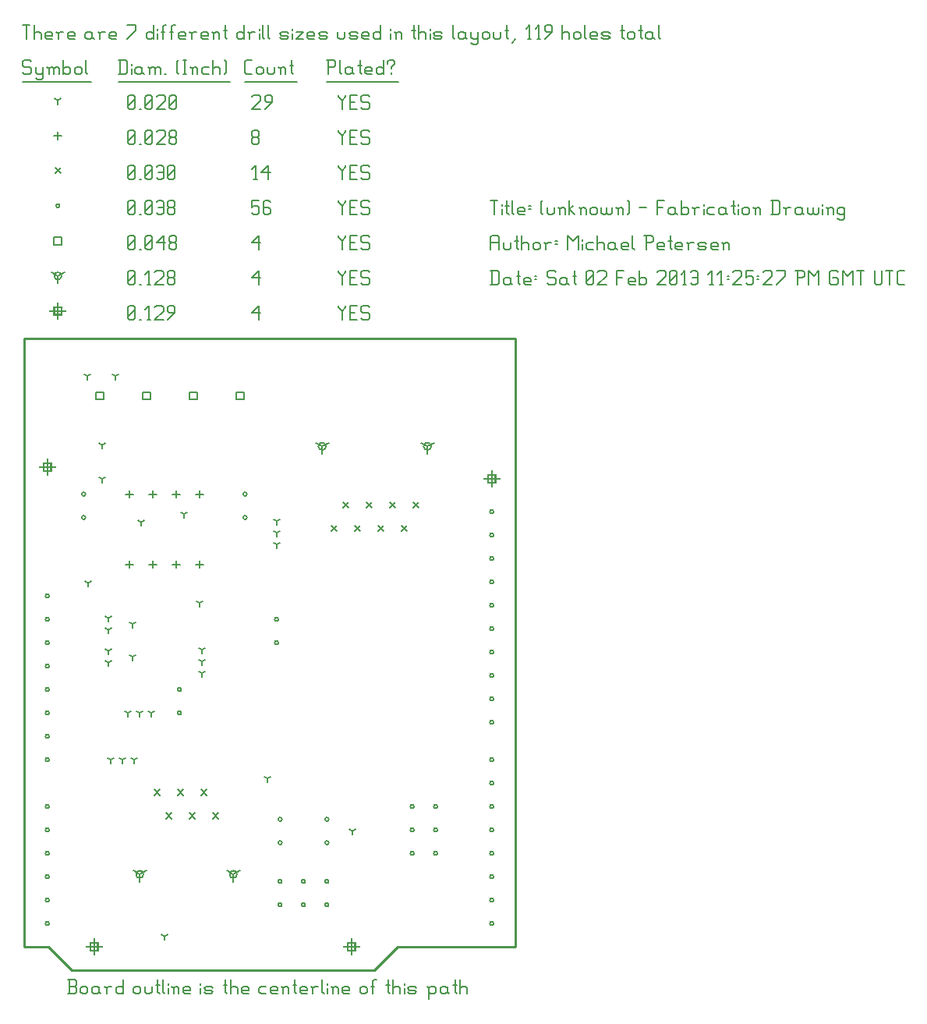
<source format=gbr>
G04 start of page 10 for group -3984 idx -3984 *
G04 Title: (unknown), fab *
G04 Creator: pcb 20110918 *
G04 CreationDate: Sat 02 Feb 2013 11:25:27 PM GMT UTC *
G04 For: petersen *
G04 Format: Gerber/RS-274X *
G04 PCB-Dimensions: 211000 271000 *
G04 PCB-Coordinate-Origin: lower left *
%MOIN*%
%FSLAX25Y25*%
%LNFAB*%
%ADD83C,0.0100*%
%ADD82C,0.0060*%
%ADD81R,0.0080X0.0080*%
G54D81*X30500Y13700D02*Y7300D01*
X27300Y10500D02*X33700D01*
X28900Y12100D02*X32100D01*
X28900D02*Y8900D01*
X32100D01*
Y12100D02*Y8900D01*
X10500Y218700D02*Y212300D01*
X7300Y215500D02*X13700D01*
X8900Y217100D02*X12100D01*
X8900D02*Y213900D01*
X12100D01*
Y217100D02*Y213900D01*
X200500Y213700D02*Y207300D01*
X197300Y210500D02*X203700D01*
X198900Y212100D02*X202100D01*
X198900D02*Y208900D01*
X202100D01*
Y212100D02*Y208900D01*
X140500Y13700D02*Y7300D01*
X137300Y10500D02*X143700D01*
X138900Y12100D02*X142100D01*
X138900D02*Y8900D01*
X142100D01*
Y12100D02*Y8900D01*
X15000Y285450D02*Y279050D01*
X11800Y282250D02*X18200D01*
X13400Y283850D02*X16600D01*
X13400D02*Y280650D01*
X16600D01*
Y283850D02*Y280650D01*
G54D82*X135000Y284500D02*Y283750D01*
X136500Y282250D01*
X138000Y283750D01*
Y284500D02*Y283750D01*
X136500Y282250D02*Y278500D01*
X139800Y281500D02*X142050D01*
X139800Y278500D02*X142800D01*
X139800Y284500D02*Y278500D01*
Y284500D02*X142800D01*
X147600D02*X148350Y283750D01*
X145350Y284500D02*X147600D01*
X144600Y283750D02*X145350Y284500D01*
X144600Y283750D02*Y282250D01*
X145350Y281500D01*
X147600D01*
X148350Y280750D01*
Y279250D01*
X147600Y278500D02*X148350Y279250D01*
X145350Y278500D02*X147600D01*
X144600Y279250D02*X145350Y278500D01*
X98000Y281500D02*X101000Y284500D01*
X98000Y281500D02*X101750D01*
X101000Y284500D02*Y278500D01*
X45000Y279250D02*X45750Y278500D01*
X45000Y283750D02*Y279250D01*
Y283750D02*X45750Y284500D01*
X47250D01*
X48000Y283750D01*
Y279250D01*
X47250Y278500D02*X48000Y279250D01*
X45750Y278500D02*X47250D01*
X45000Y280000D02*X48000Y283000D01*
X49800Y278500D02*X50550D01*
X53100D02*X54600D01*
X53850Y284500D02*Y278500D01*
X52350Y283000D02*X53850Y284500D01*
X56400Y283750D02*X57150Y284500D01*
X59400D01*
X60150Y283750D01*
Y282250D01*
X56400Y278500D02*X60150Y282250D01*
X56400Y278500D02*X60150D01*
X61950D02*X64950Y281500D01*
Y283750D02*Y281500D01*
X64200Y284500D02*X64950Y283750D01*
X62700Y284500D02*X64200D01*
X61950Y283750D02*X62700Y284500D01*
X61950Y283750D02*Y282250D01*
X62700Y281500D01*
X64950D01*
X50000Y41500D02*Y38300D01*
Y41500D02*X52773Y43100D01*
X50000Y41500D02*X47227Y43100D01*
X48400Y41500D02*G75*G03X51600Y41500I1600J0D01*G01*
G75*G03X48400Y41500I-1600J0D01*G01*
X90000D02*Y38300D01*
Y41500D02*X92773Y43100D01*
X90000Y41500D02*X87227Y43100D01*
X88400Y41500D02*G75*G03X91600Y41500I1600J0D01*G01*
G75*G03X88400Y41500I-1600J0D01*G01*
X173000Y224425D02*Y221225D01*
Y224425D02*X175773Y226025D01*
X173000Y224425D02*X170227Y226025D01*
X171400Y224425D02*G75*G03X174600Y224425I1600J0D01*G01*
G75*G03X171400Y224425I-1600J0D01*G01*
X128000D02*Y221225D01*
Y224425D02*X130773Y226025D01*
X128000Y224425D02*X125227Y226025D01*
X126400Y224425D02*G75*G03X129600Y224425I1600J0D01*G01*
G75*G03X126400Y224425I-1600J0D01*G01*
X15000Y297250D02*Y294050D01*
Y297250D02*X17773Y298850D01*
X15000Y297250D02*X12227Y298850D01*
X13400Y297250D02*G75*G03X16600Y297250I1600J0D01*G01*
G75*G03X13400Y297250I-1600J0D01*G01*
X135000Y299500D02*Y298750D01*
X136500Y297250D01*
X138000Y298750D01*
Y299500D02*Y298750D01*
X136500Y297250D02*Y293500D01*
X139800Y296500D02*X142050D01*
X139800Y293500D02*X142800D01*
X139800Y299500D02*Y293500D01*
Y299500D02*X142800D01*
X147600D02*X148350Y298750D01*
X145350Y299500D02*X147600D01*
X144600Y298750D02*X145350Y299500D01*
X144600Y298750D02*Y297250D01*
X145350Y296500D01*
X147600D01*
X148350Y295750D01*
Y294250D01*
X147600Y293500D02*X148350Y294250D01*
X145350Y293500D02*X147600D01*
X144600Y294250D02*X145350Y293500D01*
X98000Y296500D02*X101000Y299500D01*
X98000Y296500D02*X101750D01*
X101000Y299500D02*Y293500D01*
X45000Y294250D02*X45750Y293500D01*
X45000Y298750D02*Y294250D01*
Y298750D02*X45750Y299500D01*
X47250D01*
X48000Y298750D01*
Y294250D01*
X47250Y293500D02*X48000Y294250D01*
X45750Y293500D02*X47250D01*
X45000Y295000D02*X48000Y298000D01*
X49800Y293500D02*X50550D01*
X53100D02*X54600D01*
X53850Y299500D02*Y293500D01*
X52350Y298000D02*X53850Y299500D01*
X56400Y298750D02*X57150Y299500D01*
X59400D01*
X60150Y298750D01*
Y297250D01*
X56400Y293500D02*X60150Y297250D01*
X56400Y293500D02*X60150D01*
X61950Y294250D02*X62700Y293500D01*
X61950Y295750D02*Y294250D01*
Y295750D02*X62700Y296500D01*
X64200D01*
X64950Y295750D01*
Y294250D01*
X64200Y293500D02*X64950Y294250D01*
X62700Y293500D02*X64200D01*
X61950Y297250D02*X62700Y296500D01*
X61950Y298750D02*Y297250D01*
Y298750D02*X62700Y299500D01*
X64200D01*
X64950Y298750D01*
Y297250D01*
X64200Y296500D02*X64950Y297250D01*
X91400Y247600D02*X94600D01*
X91400D02*Y244400D01*
X94600D01*
Y247600D02*Y244400D01*
X71400Y247600D02*X74600D01*
X71400D02*Y244400D01*
X74600D01*
Y247600D02*Y244400D01*
X51400Y247600D02*X54600D01*
X51400D02*Y244400D01*
X54600D01*
Y247600D02*Y244400D01*
X31400Y247600D02*X34600D01*
X31400D02*Y244400D01*
X34600D01*
Y247600D02*Y244400D01*
X13400Y313850D02*X16600D01*
X13400D02*Y310650D01*
X16600D01*
Y313850D02*Y310650D01*
X135000Y314500D02*Y313750D01*
X136500Y312250D01*
X138000Y313750D01*
Y314500D02*Y313750D01*
X136500Y312250D02*Y308500D01*
X139800Y311500D02*X142050D01*
X139800Y308500D02*X142800D01*
X139800Y314500D02*Y308500D01*
Y314500D02*X142800D01*
X147600D02*X148350Y313750D01*
X145350Y314500D02*X147600D01*
X144600Y313750D02*X145350Y314500D01*
X144600Y313750D02*Y312250D01*
X145350Y311500D01*
X147600D01*
X148350Y310750D01*
Y309250D01*
X147600Y308500D02*X148350Y309250D01*
X145350Y308500D02*X147600D01*
X144600Y309250D02*X145350Y308500D01*
X98000Y311500D02*X101000Y314500D01*
X98000Y311500D02*X101750D01*
X101000Y314500D02*Y308500D01*
X45000Y309250D02*X45750Y308500D01*
X45000Y313750D02*Y309250D01*
Y313750D02*X45750Y314500D01*
X47250D01*
X48000Y313750D01*
Y309250D01*
X47250Y308500D02*X48000Y309250D01*
X45750Y308500D02*X47250D01*
X45000Y310000D02*X48000Y313000D01*
X49800Y308500D02*X50550D01*
X52350Y309250D02*X53100Y308500D01*
X52350Y313750D02*Y309250D01*
Y313750D02*X53100Y314500D01*
X54600D01*
X55350Y313750D01*
Y309250D01*
X54600Y308500D02*X55350Y309250D01*
X53100Y308500D02*X54600D01*
X52350Y310000D02*X55350Y313000D01*
X57150Y311500D02*X60150Y314500D01*
X57150Y311500D02*X60900D01*
X60150Y314500D02*Y308500D01*
X62700Y309250D02*X63450Y308500D01*
X62700Y310750D02*Y309250D01*
Y310750D02*X63450Y311500D01*
X64950D01*
X65700Y310750D01*
Y309250D01*
X64950Y308500D02*X65700Y309250D01*
X63450Y308500D02*X64950D01*
X62700Y312250D02*X63450Y311500D01*
X62700Y313750D02*Y312250D01*
Y313750D02*X63450Y314500D01*
X64950D01*
X65700Y313750D01*
Y312250D01*
X64950Y311500D02*X65700Y312250D01*
X199700Y20500D02*G75*G03X201300Y20500I800J0D01*G01*
G75*G03X199700Y20500I-800J0D01*G01*
Y30500D02*G75*G03X201300Y30500I800J0D01*G01*
G75*G03X199700Y30500I-800J0D01*G01*
Y40500D02*G75*G03X201300Y40500I800J0D01*G01*
G75*G03X199700Y40500I-800J0D01*G01*
Y50500D02*G75*G03X201300Y50500I800J0D01*G01*
G75*G03X199700Y50500I-800J0D01*G01*
Y60500D02*G75*G03X201300Y60500I800J0D01*G01*
G75*G03X199700Y60500I-800J0D01*G01*
Y70500D02*G75*G03X201300Y70500I800J0D01*G01*
G75*G03X199700Y70500I-800J0D01*G01*
Y80500D02*G75*G03X201300Y80500I800J0D01*G01*
G75*G03X199700Y80500I-800J0D01*G01*
Y90500D02*G75*G03X201300Y90500I800J0D01*G01*
G75*G03X199700Y90500I-800J0D01*G01*
Y106500D02*G75*G03X201300Y106500I800J0D01*G01*
G75*G03X199700Y106500I-800J0D01*G01*
Y116500D02*G75*G03X201300Y116500I800J0D01*G01*
G75*G03X199700Y116500I-800J0D01*G01*
Y126500D02*G75*G03X201300Y126500I800J0D01*G01*
G75*G03X199700Y126500I-800J0D01*G01*
Y136500D02*G75*G03X201300Y136500I800J0D01*G01*
G75*G03X199700Y136500I-800J0D01*G01*
Y146500D02*G75*G03X201300Y146500I800J0D01*G01*
G75*G03X199700Y146500I-800J0D01*G01*
Y156500D02*G75*G03X201300Y156500I800J0D01*G01*
G75*G03X199700Y156500I-800J0D01*G01*
Y166500D02*G75*G03X201300Y166500I800J0D01*G01*
G75*G03X199700Y166500I-800J0D01*G01*
Y176500D02*G75*G03X201300Y176500I800J0D01*G01*
G75*G03X199700Y176500I-800J0D01*G01*
Y186500D02*G75*G03X201300Y186500I800J0D01*G01*
G75*G03X199700Y186500I-800J0D01*G01*
Y196500D02*G75*G03X201300Y196500I800J0D01*G01*
G75*G03X199700Y196500I-800J0D01*G01*
X9700Y160500D02*G75*G03X11300Y160500I800J0D01*G01*
G75*G03X9700Y160500I-800J0D01*G01*
Y150500D02*G75*G03X11300Y150500I800J0D01*G01*
G75*G03X9700Y150500I-800J0D01*G01*
Y140500D02*G75*G03X11300Y140500I800J0D01*G01*
G75*G03X9700Y140500I-800J0D01*G01*
Y130500D02*G75*G03X11300Y130500I800J0D01*G01*
G75*G03X9700Y130500I-800J0D01*G01*
Y120500D02*G75*G03X11300Y120500I800J0D01*G01*
G75*G03X9700Y120500I-800J0D01*G01*
Y110500D02*G75*G03X11300Y110500I800J0D01*G01*
G75*G03X9700Y110500I-800J0D01*G01*
Y100500D02*G75*G03X11300Y100500I800J0D01*G01*
G75*G03X9700Y100500I-800J0D01*G01*
Y90500D02*G75*G03X11300Y90500I800J0D01*G01*
G75*G03X9700Y90500I-800J0D01*G01*
Y70500D02*G75*G03X11300Y70500I800J0D01*G01*
G75*G03X9700Y70500I-800J0D01*G01*
Y60500D02*G75*G03X11300Y60500I800J0D01*G01*
G75*G03X9700Y60500I-800J0D01*G01*
Y50500D02*G75*G03X11300Y50500I800J0D01*G01*
G75*G03X9700Y50500I-800J0D01*G01*
Y40500D02*G75*G03X11300Y40500I800J0D01*G01*
G75*G03X9700Y40500I-800J0D01*G01*
Y30500D02*G75*G03X11300Y30500I800J0D01*G01*
G75*G03X9700Y30500I-800J0D01*G01*
Y20500D02*G75*G03X11300Y20500I800J0D01*G01*
G75*G03X9700Y20500I-800J0D01*G01*
X25200Y204000D02*G75*G03X26800Y204000I800J0D01*G01*
G75*G03X25200Y204000I-800J0D01*G01*
Y194000D02*G75*G03X26800Y194000I800J0D01*G01*
G75*G03X25200Y194000I-800J0D01*G01*
X94200Y204000D02*G75*G03X95800Y204000I800J0D01*G01*
G75*G03X94200Y204000I-800J0D01*G01*
Y194000D02*G75*G03X95800Y194000I800J0D01*G01*
G75*G03X94200Y194000I-800J0D01*G01*
X165700Y70500D02*G75*G03X167300Y70500I800J0D01*G01*
G75*G03X165700Y70500I-800J0D01*G01*
Y60500D02*G75*G03X167300Y60500I800J0D01*G01*
G75*G03X165700Y60500I-800J0D01*G01*
Y50500D02*G75*G03X167300Y50500I800J0D01*G01*
G75*G03X165700Y50500I-800J0D01*G01*
X175700Y70500D02*G75*G03X177300Y70500I800J0D01*G01*
G75*G03X175700Y70500I-800J0D01*G01*
Y60500D02*G75*G03X177300Y60500I800J0D01*G01*
G75*G03X175700Y60500I-800J0D01*G01*
Y50500D02*G75*G03X177300Y50500I800J0D01*G01*
G75*G03X175700Y50500I-800J0D01*G01*
X109200Y28500D02*G75*G03X110800Y28500I800J0D01*G01*
G75*G03X109200Y28500I-800J0D01*G01*
X119200D02*G75*G03X120800Y28500I800J0D01*G01*
G75*G03X119200Y28500I-800J0D01*G01*
X129200D02*G75*G03X130800Y28500I800J0D01*G01*
G75*G03X129200Y28500I-800J0D01*G01*
X109200Y38500D02*G75*G03X110800Y38500I800J0D01*G01*
G75*G03X109200Y38500I-800J0D01*G01*
X119200D02*G75*G03X120800Y38500I800J0D01*G01*
G75*G03X119200Y38500I-800J0D01*G01*
X129200D02*G75*G03X130800Y38500I800J0D01*G01*
G75*G03X129200Y38500I-800J0D01*G01*
Y65000D02*G75*G03X130800Y65000I800J0D01*G01*
G75*G03X129200Y65000I-800J0D01*G01*
Y55000D02*G75*G03X130800Y55000I800J0D01*G01*
G75*G03X129200Y55000I-800J0D01*G01*
X109200Y65000D02*G75*G03X110800Y65000I800J0D01*G01*
G75*G03X109200Y65000I-800J0D01*G01*
Y55000D02*G75*G03X110800Y55000I800J0D01*G01*
G75*G03X109200Y55000I-800J0D01*G01*
X107700Y150500D02*G75*G03X109300Y150500I800J0D01*G01*
G75*G03X107700Y150500I-800J0D01*G01*
Y140500D02*G75*G03X109300Y140500I800J0D01*G01*
G75*G03X107700Y140500I-800J0D01*G01*
X66200Y120500D02*G75*G03X67800Y120500I800J0D01*G01*
G75*G03X66200Y120500I-800J0D01*G01*
Y110500D02*G75*G03X67800Y110500I800J0D01*G01*
G75*G03X66200Y110500I-800J0D01*G01*
X14200Y327250D02*G75*G03X15800Y327250I800J0D01*G01*
G75*G03X14200Y327250I-800J0D01*G01*
X135000Y329500D02*Y328750D01*
X136500Y327250D01*
X138000Y328750D01*
Y329500D02*Y328750D01*
X136500Y327250D02*Y323500D01*
X139800Y326500D02*X142050D01*
X139800Y323500D02*X142800D01*
X139800Y329500D02*Y323500D01*
Y329500D02*X142800D01*
X147600D02*X148350Y328750D01*
X145350Y329500D02*X147600D01*
X144600Y328750D02*X145350Y329500D01*
X144600Y328750D02*Y327250D01*
X145350Y326500D01*
X147600D01*
X148350Y325750D01*
Y324250D01*
X147600Y323500D02*X148350Y324250D01*
X145350Y323500D02*X147600D01*
X144600Y324250D02*X145350Y323500D01*
X98000Y329500D02*X101000D01*
X98000D02*Y326500D01*
X98750Y327250D01*
X100250D01*
X101000Y326500D01*
Y324250D01*
X100250Y323500D02*X101000Y324250D01*
X98750Y323500D02*X100250D01*
X98000Y324250D02*X98750Y323500D01*
X105050Y329500D02*X105800Y328750D01*
X103550Y329500D02*X105050D01*
X102800Y328750D02*X103550Y329500D01*
X102800Y328750D02*Y324250D01*
X103550Y323500D01*
X105050Y326500D02*X105800Y325750D01*
X102800Y326500D02*X105050D01*
X103550Y323500D02*X105050D01*
X105800Y324250D01*
Y325750D02*Y324250D01*
X45000D02*X45750Y323500D01*
X45000Y328750D02*Y324250D01*
Y328750D02*X45750Y329500D01*
X47250D01*
X48000Y328750D01*
Y324250D01*
X47250Y323500D02*X48000Y324250D01*
X45750Y323500D02*X47250D01*
X45000Y325000D02*X48000Y328000D01*
X49800Y323500D02*X50550D01*
X52350Y324250D02*X53100Y323500D01*
X52350Y328750D02*Y324250D01*
Y328750D02*X53100Y329500D01*
X54600D01*
X55350Y328750D01*
Y324250D01*
X54600Y323500D02*X55350Y324250D01*
X53100Y323500D02*X54600D01*
X52350Y325000D02*X55350Y328000D01*
X57150Y328750D02*X57900Y329500D01*
X59400D01*
X60150Y328750D01*
Y324250D01*
X59400Y323500D02*X60150Y324250D01*
X57900Y323500D02*X59400D01*
X57150Y324250D02*X57900Y323500D01*
Y326500D02*X60150D01*
X61950Y324250D02*X62700Y323500D01*
X61950Y325750D02*Y324250D01*
Y325750D02*X62700Y326500D01*
X64200D01*
X64950Y325750D01*
Y324250D01*
X64200Y323500D02*X64950Y324250D01*
X62700Y323500D02*X64200D01*
X61950Y327250D02*X62700Y326500D01*
X61950Y328750D02*Y327250D01*
Y328750D02*X62700Y329500D01*
X64200D01*
X64950Y328750D01*
Y327250D01*
X64200Y326500D02*X64950Y327250D01*
X56300Y77700D02*X58700Y75300D01*
X56300D02*X58700Y77700D01*
X61300Y67700D02*X63700Y65300D01*
X61300D02*X63700Y67700D01*
X66300Y77700D02*X68700Y75300D01*
X66300D02*X68700Y77700D01*
X71300Y67700D02*X73700Y65300D01*
X71300D02*X73700Y67700D01*
X76300Y77700D02*X78700Y75300D01*
X76300D02*X78700Y77700D01*
X81300Y67700D02*X83700Y65300D01*
X81300D02*X83700Y67700D01*
X166800Y200625D02*X169200Y198225D01*
X166800D02*X169200Y200625D01*
X161800Y190625D02*X164200Y188225D01*
X161800D02*X164200Y190625D01*
X156800Y200625D02*X159200Y198225D01*
X156800D02*X159200Y200625D01*
X151800Y190625D02*X154200Y188225D01*
X151800D02*X154200Y190625D01*
X146800Y200625D02*X149200Y198225D01*
X146800D02*X149200Y200625D01*
X141800Y190625D02*X144200Y188225D01*
X141800D02*X144200Y190625D01*
X136800Y200625D02*X139200Y198225D01*
X136800D02*X139200Y200625D01*
X131800Y190625D02*X134200Y188225D01*
X131800D02*X134200Y190625D01*
X13800Y343450D02*X16200Y341050D01*
X13800D02*X16200Y343450D01*
X135000Y344500D02*Y343750D01*
X136500Y342250D01*
X138000Y343750D01*
Y344500D02*Y343750D01*
X136500Y342250D02*Y338500D01*
X139800Y341500D02*X142050D01*
X139800Y338500D02*X142800D01*
X139800Y344500D02*Y338500D01*
Y344500D02*X142800D01*
X147600D02*X148350Y343750D01*
X145350Y344500D02*X147600D01*
X144600Y343750D02*X145350Y344500D01*
X144600Y343750D02*Y342250D01*
X145350Y341500D01*
X147600D01*
X148350Y340750D01*
Y339250D01*
X147600Y338500D02*X148350Y339250D01*
X145350Y338500D02*X147600D01*
X144600Y339250D02*X145350Y338500D01*
X98750D02*X100250D01*
X99500Y344500D02*Y338500D01*
X98000Y343000D02*X99500Y344500D01*
X102050Y341500D02*X105050Y344500D01*
X102050Y341500D02*X105800D01*
X105050Y344500D02*Y338500D01*
X45000Y339250D02*X45750Y338500D01*
X45000Y343750D02*Y339250D01*
Y343750D02*X45750Y344500D01*
X47250D01*
X48000Y343750D01*
Y339250D01*
X47250Y338500D02*X48000Y339250D01*
X45750Y338500D02*X47250D01*
X45000Y340000D02*X48000Y343000D01*
X49800Y338500D02*X50550D01*
X52350Y339250D02*X53100Y338500D01*
X52350Y343750D02*Y339250D01*
Y343750D02*X53100Y344500D01*
X54600D01*
X55350Y343750D01*
Y339250D01*
X54600Y338500D02*X55350Y339250D01*
X53100Y338500D02*X54600D01*
X52350Y340000D02*X55350Y343000D01*
X57150Y343750D02*X57900Y344500D01*
X59400D01*
X60150Y343750D01*
Y339250D01*
X59400Y338500D02*X60150Y339250D01*
X57900Y338500D02*X59400D01*
X57150Y339250D02*X57900Y338500D01*
Y341500D02*X60150D01*
X61950Y339250D02*X62700Y338500D01*
X61950Y343750D02*Y339250D01*
Y343750D02*X62700Y344500D01*
X64200D01*
X64950Y343750D01*
Y339250D01*
X64200Y338500D02*X64950Y339250D01*
X62700Y338500D02*X64200D01*
X61950Y340000D02*X64950Y343000D01*
X45500Y175600D02*Y172400D01*
X43900Y174000D02*X47100D01*
X55500Y175600D02*Y172400D01*
X53900Y174000D02*X57100D01*
X65500Y175600D02*Y172400D01*
X63900Y174000D02*X67100D01*
X75500Y175600D02*Y172400D01*
X73900Y174000D02*X77100D01*
X75500Y205600D02*Y202400D01*
X73900Y204000D02*X77100D01*
X65500Y205600D02*Y202400D01*
X63900Y204000D02*X67100D01*
X55500Y205600D02*Y202400D01*
X53900Y204000D02*X57100D01*
X45500Y205600D02*Y202400D01*
X43900Y204000D02*X47100D01*
X15000Y358850D02*Y355650D01*
X13400Y357250D02*X16600D01*
X135000Y359500D02*Y358750D01*
X136500Y357250D01*
X138000Y358750D01*
Y359500D02*Y358750D01*
X136500Y357250D02*Y353500D01*
X139800Y356500D02*X142050D01*
X139800Y353500D02*X142800D01*
X139800Y359500D02*Y353500D01*
Y359500D02*X142800D01*
X147600D02*X148350Y358750D01*
X145350Y359500D02*X147600D01*
X144600Y358750D02*X145350Y359500D01*
X144600Y358750D02*Y357250D01*
X145350Y356500D01*
X147600D01*
X148350Y355750D01*
Y354250D01*
X147600Y353500D02*X148350Y354250D01*
X145350Y353500D02*X147600D01*
X144600Y354250D02*X145350Y353500D01*
X98000Y354250D02*X98750Y353500D01*
X98000Y355750D02*Y354250D01*
Y355750D02*X98750Y356500D01*
X100250D01*
X101000Y355750D01*
Y354250D01*
X100250Y353500D02*X101000Y354250D01*
X98750Y353500D02*X100250D01*
X98000Y357250D02*X98750Y356500D01*
X98000Y358750D02*Y357250D01*
Y358750D02*X98750Y359500D01*
X100250D01*
X101000Y358750D01*
Y357250D01*
X100250Y356500D02*X101000Y357250D01*
X45000Y354250D02*X45750Y353500D01*
X45000Y358750D02*Y354250D01*
Y358750D02*X45750Y359500D01*
X47250D01*
X48000Y358750D01*
Y354250D01*
X47250Y353500D02*X48000Y354250D01*
X45750Y353500D02*X47250D01*
X45000Y355000D02*X48000Y358000D01*
X49800Y353500D02*X50550D01*
X52350Y354250D02*X53100Y353500D01*
X52350Y358750D02*Y354250D01*
Y358750D02*X53100Y359500D01*
X54600D01*
X55350Y358750D01*
Y354250D01*
X54600Y353500D02*X55350Y354250D01*
X53100Y353500D02*X54600D01*
X52350Y355000D02*X55350Y358000D01*
X57150Y358750D02*X57900Y359500D01*
X60150D01*
X60900Y358750D01*
Y357250D01*
X57150Y353500D02*X60900Y357250D01*
X57150Y353500D02*X60900D01*
X62700Y354250D02*X63450Y353500D01*
X62700Y355750D02*Y354250D01*
Y355750D02*X63450Y356500D01*
X64950D01*
X65700Y355750D01*
Y354250D01*
X64950Y353500D02*X65700Y354250D01*
X63450Y353500D02*X64950D01*
X62700Y357250D02*X63450Y356500D01*
X62700Y358750D02*Y357250D01*
Y358750D02*X63450Y359500D01*
X64950D01*
X65700Y358750D01*
Y357250D01*
X64950Y356500D02*X65700Y357250D01*
X69000Y195500D02*Y193900D01*
Y195500D02*X70387Y196300D01*
X69000Y195500D02*X67613Y196300D01*
X34000Y225000D02*Y223400D01*
Y225000D02*X35387Y225800D01*
X34000Y225000D02*X32613Y225800D01*
X34000Y210500D02*Y208900D01*
Y210500D02*X35387Y211300D01*
X34000Y210500D02*X32613Y211300D01*
X27500Y254500D02*Y252900D01*
Y254500D02*X28887Y255300D01*
X27500Y254500D02*X26113Y255300D01*
X39500Y254500D02*Y252900D01*
Y254500D02*X40887Y255300D01*
X39500Y254500D02*X38113Y255300D01*
X108500Y182500D02*Y180900D01*
Y182500D02*X109887Y183300D01*
X108500Y182500D02*X107113Y183300D01*
X108500Y187500D02*Y185900D01*
Y187500D02*X109887Y188300D01*
X108500Y187500D02*X107113Y188300D01*
X108500Y192500D02*Y190900D01*
Y192500D02*X109887Y193300D01*
X108500Y192500D02*X107113Y193300D01*
X50500Y192000D02*Y190400D01*
Y192000D02*X51887Y192800D01*
X50500Y192000D02*X49113Y192800D01*
X55000Y110500D02*Y108900D01*
Y110500D02*X56387Y111300D01*
X55000Y110500D02*X53613Y111300D01*
X50000Y110500D02*Y108900D01*
Y110500D02*X51387Y111300D01*
X50000Y110500D02*X48613Y111300D01*
X45000Y110500D02*Y108900D01*
Y110500D02*X46387Y111300D01*
X45000Y110500D02*X43613Y111300D01*
X104500Y82500D02*Y80900D01*
Y82500D02*X105887Y83300D01*
X104500Y82500D02*X103113Y83300D01*
X60500Y15000D02*Y13400D01*
Y15000D02*X61887Y15800D01*
X60500Y15000D02*X59113Y15800D01*
X141000Y60000D02*Y58400D01*
Y60000D02*X142387Y60800D01*
X141000Y60000D02*X139613Y60800D01*
X47500Y90500D02*Y88900D01*
Y90500D02*X48887Y91300D01*
X47500Y90500D02*X46113Y91300D01*
X42500Y90500D02*Y88900D01*
Y90500D02*X43887Y91300D01*
X42500Y90500D02*X41113Y91300D01*
X37500Y90500D02*Y88900D01*
Y90500D02*X38887Y91300D01*
X37500Y90500D02*X36113Y91300D01*
X76500Y137500D02*Y135900D01*
Y137500D02*X77887Y138300D01*
X76500Y137500D02*X75113Y138300D01*
X76500Y132500D02*Y130900D01*
Y132500D02*X77887Y133300D01*
X76500Y132500D02*X75113Y133300D01*
X76500Y127500D02*Y125900D01*
Y127500D02*X77887Y128300D01*
X76500Y127500D02*X75113Y128300D01*
X75500Y157500D02*Y155900D01*
Y157500D02*X76887Y158300D01*
X75500Y157500D02*X74113Y158300D01*
X28000Y166000D02*Y164400D01*
Y166000D02*X29387Y166800D01*
X28000Y166000D02*X26613Y166800D01*
X36500Y132000D02*Y130400D01*
Y132000D02*X37887Y132800D01*
X36500Y132000D02*X35113Y132800D01*
X36500Y151000D02*Y149400D01*
Y151000D02*X37887Y151800D01*
X36500Y151000D02*X35113Y151800D01*
X36500Y146000D02*Y144400D01*
Y146000D02*X37887Y146800D01*
X36500Y146000D02*X35113Y146800D01*
X36500Y137000D02*Y135400D01*
Y137000D02*X37887Y137800D01*
X36500Y137000D02*X35113Y137800D01*
X47000Y134500D02*Y132900D01*
Y134500D02*X48387Y135300D01*
X47000Y134500D02*X45613Y135300D01*
X47000Y148500D02*Y146900D01*
Y148500D02*X48387Y149300D01*
X47000Y148500D02*X45613Y149300D01*
X15000Y372250D02*Y370650D01*
Y372250D02*X16387Y373050D01*
X15000Y372250D02*X13613Y373050D01*
X135000Y374500D02*Y373750D01*
X136500Y372250D01*
X138000Y373750D01*
Y374500D02*Y373750D01*
X136500Y372250D02*Y368500D01*
X139800Y371500D02*X142050D01*
X139800Y368500D02*X142800D01*
X139800Y374500D02*Y368500D01*
Y374500D02*X142800D01*
X147600D02*X148350Y373750D01*
X145350Y374500D02*X147600D01*
X144600Y373750D02*X145350Y374500D01*
X144600Y373750D02*Y372250D01*
X145350Y371500D01*
X147600D01*
X148350Y370750D01*
Y369250D01*
X147600Y368500D02*X148350Y369250D01*
X145350Y368500D02*X147600D01*
X144600Y369250D02*X145350Y368500D01*
X98000Y373750D02*X98750Y374500D01*
X101000D01*
X101750Y373750D01*
Y372250D01*
X98000Y368500D02*X101750Y372250D01*
X98000Y368500D02*X101750D01*
X103550D02*X106550Y371500D01*
Y373750D02*Y371500D01*
X105800Y374500D02*X106550Y373750D01*
X104300Y374500D02*X105800D01*
X103550Y373750D02*X104300Y374500D01*
X103550Y373750D02*Y372250D01*
X104300Y371500D01*
X106550D01*
X45000Y369250D02*X45750Y368500D01*
X45000Y373750D02*Y369250D01*
Y373750D02*X45750Y374500D01*
X47250D01*
X48000Y373750D01*
Y369250D01*
X47250Y368500D02*X48000Y369250D01*
X45750Y368500D02*X47250D01*
X45000Y370000D02*X48000Y373000D01*
X49800Y368500D02*X50550D01*
X52350Y369250D02*X53100Y368500D01*
X52350Y373750D02*Y369250D01*
Y373750D02*X53100Y374500D01*
X54600D01*
X55350Y373750D01*
Y369250D01*
X54600Y368500D02*X55350Y369250D01*
X53100Y368500D02*X54600D01*
X52350Y370000D02*X55350Y373000D01*
X57150Y373750D02*X57900Y374500D01*
X60150D01*
X60900Y373750D01*
Y372250D01*
X57150Y368500D02*X60900Y372250D01*
X57150Y368500D02*X60900D01*
X62700Y369250D02*X63450Y368500D01*
X62700Y373750D02*Y369250D01*
Y373750D02*X63450Y374500D01*
X64950D01*
X65700Y373750D01*
Y369250D01*
X64950Y368500D02*X65700Y369250D01*
X63450Y368500D02*X64950D01*
X62700Y370000D02*X65700Y373000D01*
X3000Y389500D02*X3750Y388750D01*
X750Y389500D02*X3000D01*
X0Y388750D02*X750Y389500D01*
X0Y388750D02*Y387250D01*
X750Y386500D01*
X3000D01*
X3750Y385750D01*
Y384250D01*
X3000Y383500D02*X3750Y384250D01*
X750Y383500D02*X3000D01*
X0Y384250D02*X750Y383500D01*
X5550Y386500D02*Y384250D01*
X6300Y383500D01*
X8550Y386500D02*Y382000D01*
X7800Y381250D02*X8550Y382000D01*
X6300Y381250D02*X7800D01*
X5550Y382000D02*X6300Y381250D01*
Y383500D02*X7800D01*
X8550Y384250D01*
X11100Y385750D02*Y383500D01*
Y385750D02*X11850Y386500D01*
X12600D01*
X13350Y385750D01*
Y383500D01*
Y385750D02*X14100Y386500D01*
X14850D01*
X15600Y385750D01*
Y383500D01*
X10350Y386500D02*X11100Y385750D01*
X17400Y389500D02*Y383500D01*
Y384250D02*X18150Y383500D01*
X19650D01*
X20400Y384250D01*
Y385750D02*Y384250D01*
X19650Y386500D02*X20400Y385750D01*
X18150Y386500D02*X19650D01*
X17400Y385750D02*X18150Y386500D01*
X22200Y385750D02*Y384250D01*
Y385750D02*X22950Y386500D01*
X24450D01*
X25200Y385750D01*
Y384250D01*
X24450Y383500D02*X25200Y384250D01*
X22950Y383500D02*X24450D01*
X22200Y384250D02*X22950Y383500D01*
X27000Y389500D02*Y384250D01*
X27750Y383500D01*
X0Y380250D02*X29250D01*
X41750Y389500D02*Y383500D01*
X44000Y389500D02*X44750Y388750D01*
Y384250D01*
X44000Y383500D02*X44750Y384250D01*
X41000Y383500D02*X44000D01*
X41000Y389500D02*X44000D01*
X46550Y388000D02*Y387250D01*
Y385750D02*Y383500D01*
X50300Y386500D02*X51050Y385750D01*
X48800Y386500D02*X50300D01*
X48050Y385750D02*X48800Y386500D01*
X48050Y385750D02*Y384250D01*
X48800Y383500D01*
X51050Y386500D02*Y384250D01*
X51800Y383500D01*
X48800D02*X50300D01*
X51050Y384250D01*
X54350Y385750D02*Y383500D01*
Y385750D02*X55100Y386500D01*
X55850D01*
X56600Y385750D01*
Y383500D01*
Y385750D02*X57350Y386500D01*
X58100D01*
X58850Y385750D01*
Y383500D01*
X53600Y386500D02*X54350Y385750D01*
X60650Y383500D02*X61400D01*
X65900Y384250D02*X66650Y383500D01*
X65900Y388750D02*X66650Y389500D01*
X65900Y388750D02*Y384250D01*
X68450Y389500D02*X69950D01*
X69200D02*Y383500D01*
X68450D02*X69950D01*
X72500Y385750D02*Y383500D01*
Y385750D02*X73250Y386500D01*
X74000D01*
X74750Y385750D01*
Y383500D01*
X71750Y386500D02*X72500Y385750D01*
X77300Y386500D02*X79550D01*
X76550Y385750D02*X77300Y386500D01*
X76550Y385750D02*Y384250D01*
X77300Y383500D01*
X79550D01*
X81350Y389500D02*Y383500D01*
Y385750D02*X82100Y386500D01*
X83600D01*
X84350Y385750D01*
Y383500D01*
X86150Y389500D02*X86900Y388750D01*
Y384250D01*
X86150Y383500D02*X86900Y384250D01*
X41000Y380250D02*X88700D01*
X95750Y383500D02*X98000D01*
X95000Y384250D02*X95750Y383500D01*
X95000Y388750D02*Y384250D01*
Y388750D02*X95750Y389500D01*
X98000D01*
X99800Y385750D02*Y384250D01*
Y385750D02*X100550Y386500D01*
X102050D01*
X102800Y385750D01*
Y384250D01*
X102050Y383500D02*X102800Y384250D01*
X100550Y383500D02*X102050D01*
X99800Y384250D02*X100550Y383500D01*
X104600Y386500D02*Y384250D01*
X105350Y383500D01*
X106850D01*
X107600Y384250D01*
Y386500D02*Y384250D01*
X110150Y385750D02*Y383500D01*
Y385750D02*X110900Y386500D01*
X111650D01*
X112400Y385750D01*
Y383500D01*
X109400Y386500D02*X110150Y385750D01*
X114950Y389500D02*Y384250D01*
X115700Y383500D01*
X114200Y387250D02*X115700D01*
X95000Y380250D02*X117200D01*
X130750Y389500D02*Y383500D01*
X130000Y389500D02*X133000D01*
X133750Y388750D01*
Y387250D01*
X133000Y386500D02*X133750Y387250D01*
X130750Y386500D02*X133000D01*
X135550Y389500D02*Y384250D01*
X136300Y383500D01*
X140050Y386500D02*X140800Y385750D01*
X138550Y386500D02*X140050D01*
X137800Y385750D02*X138550Y386500D01*
X137800Y385750D02*Y384250D01*
X138550Y383500D01*
X140800Y386500D02*Y384250D01*
X141550Y383500D01*
X138550D02*X140050D01*
X140800Y384250D01*
X144100Y389500D02*Y384250D01*
X144850Y383500D01*
X143350Y387250D02*X144850D01*
X147100Y383500D02*X149350D01*
X146350Y384250D02*X147100Y383500D01*
X146350Y385750D02*Y384250D01*
Y385750D02*X147100Y386500D01*
X148600D01*
X149350Y385750D01*
X146350Y385000D02*X149350D01*
Y385750D02*Y385000D01*
X154150Y389500D02*Y383500D01*
X153400D02*X154150Y384250D01*
X151900Y383500D02*X153400D01*
X151150Y384250D02*X151900Y383500D01*
X151150Y385750D02*Y384250D01*
Y385750D02*X151900Y386500D01*
X153400D01*
X154150Y385750D01*
X157450Y386500D02*Y385750D01*
Y384250D02*Y383500D01*
X155950Y388750D02*Y388000D01*
Y388750D02*X156700Y389500D01*
X158200D01*
X158950Y388750D01*
Y388000D01*
X157450Y386500D02*X158950Y388000D01*
X130000Y380250D02*X160750D01*
X0Y404500D02*X3000D01*
X1500D02*Y398500D01*
X4800Y404500D02*Y398500D01*
Y400750D02*X5550Y401500D01*
X7050D01*
X7800Y400750D01*
Y398500D01*
X10350D02*X12600D01*
X9600Y399250D02*X10350Y398500D01*
X9600Y400750D02*Y399250D01*
Y400750D02*X10350Y401500D01*
X11850D01*
X12600Y400750D01*
X9600Y400000D02*X12600D01*
Y400750D02*Y400000D01*
X15150Y400750D02*Y398500D01*
Y400750D02*X15900Y401500D01*
X17400D01*
X14400D02*X15150Y400750D01*
X19950Y398500D02*X22200D01*
X19200Y399250D02*X19950Y398500D01*
X19200Y400750D02*Y399250D01*
Y400750D02*X19950Y401500D01*
X21450D01*
X22200Y400750D01*
X19200Y400000D02*X22200D01*
Y400750D02*Y400000D01*
X28950Y401500D02*X29700Y400750D01*
X27450Y401500D02*X28950D01*
X26700Y400750D02*X27450Y401500D01*
X26700Y400750D02*Y399250D01*
X27450Y398500D01*
X29700Y401500D02*Y399250D01*
X30450Y398500D01*
X27450D02*X28950D01*
X29700Y399250D01*
X33000Y400750D02*Y398500D01*
Y400750D02*X33750Y401500D01*
X35250D01*
X32250D02*X33000Y400750D01*
X37800Y398500D02*X40050D01*
X37050Y399250D02*X37800Y398500D01*
X37050Y400750D02*Y399250D01*
Y400750D02*X37800Y401500D01*
X39300D01*
X40050Y400750D01*
X37050Y400000D02*X40050D01*
Y400750D02*Y400000D01*
X44550Y398500D02*X48300Y402250D01*
Y404500D02*Y402250D01*
X44550Y404500D02*X48300D01*
X55800D02*Y398500D01*
X55050D02*X55800Y399250D01*
X53550Y398500D02*X55050D01*
X52800Y399250D02*X53550Y398500D01*
X52800Y400750D02*Y399250D01*
Y400750D02*X53550Y401500D01*
X55050D01*
X55800Y400750D01*
X57600Y403000D02*Y402250D01*
Y400750D02*Y398500D01*
X59850Y403750D02*Y398500D01*
Y403750D02*X60600Y404500D01*
X61350D01*
X59100Y401500D02*X60600D01*
X63600Y403750D02*Y398500D01*
Y403750D02*X64350Y404500D01*
X65100D01*
X62850Y401500D02*X64350D01*
X67350Y398500D02*X69600D01*
X66600Y399250D02*X67350Y398500D01*
X66600Y400750D02*Y399250D01*
Y400750D02*X67350Y401500D01*
X68850D01*
X69600Y400750D01*
X66600Y400000D02*X69600D01*
Y400750D02*Y400000D01*
X72150Y400750D02*Y398500D01*
Y400750D02*X72900Y401500D01*
X74400D01*
X71400D02*X72150Y400750D01*
X76950Y398500D02*X79200D01*
X76200Y399250D02*X76950Y398500D01*
X76200Y400750D02*Y399250D01*
Y400750D02*X76950Y401500D01*
X78450D01*
X79200Y400750D01*
X76200Y400000D02*X79200D01*
Y400750D02*Y400000D01*
X81750Y400750D02*Y398500D01*
Y400750D02*X82500Y401500D01*
X83250D01*
X84000Y400750D01*
Y398500D01*
X81000Y401500D02*X81750Y400750D01*
X86550Y404500D02*Y399250D01*
X87300Y398500D01*
X85800Y402250D02*X87300D01*
X94500Y404500D02*Y398500D01*
X93750D02*X94500Y399250D01*
X92250Y398500D02*X93750D01*
X91500Y399250D02*X92250Y398500D01*
X91500Y400750D02*Y399250D01*
Y400750D02*X92250Y401500D01*
X93750D01*
X94500Y400750D01*
X97050D02*Y398500D01*
Y400750D02*X97800Y401500D01*
X99300D01*
X96300D02*X97050Y400750D01*
X101100Y403000D02*Y402250D01*
Y400750D02*Y398500D01*
X102600Y404500D02*Y399250D01*
X103350Y398500D01*
X104850Y404500D02*Y399250D01*
X105600Y398500D01*
X110550D02*X112800D01*
X113550Y399250D01*
X112800Y400000D02*X113550Y399250D01*
X110550Y400000D02*X112800D01*
X109800Y400750D02*X110550Y400000D01*
X109800Y400750D02*X110550Y401500D01*
X112800D01*
X113550Y400750D01*
X109800Y399250D02*X110550Y398500D01*
X115350Y403000D02*Y402250D01*
Y400750D02*Y398500D01*
X116850Y401500D02*X119850D01*
X116850Y398500D02*X119850Y401500D01*
X116850Y398500D02*X119850D01*
X122400D02*X124650D01*
X121650Y399250D02*X122400Y398500D01*
X121650Y400750D02*Y399250D01*
Y400750D02*X122400Y401500D01*
X123900D01*
X124650Y400750D01*
X121650Y400000D02*X124650D01*
Y400750D02*Y400000D01*
X127200Y398500D02*X129450D01*
X130200Y399250D01*
X129450Y400000D02*X130200Y399250D01*
X127200Y400000D02*X129450D01*
X126450Y400750D02*X127200Y400000D01*
X126450Y400750D02*X127200Y401500D01*
X129450D01*
X130200Y400750D01*
X126450Y399250D02*X127200Y398500D01*
X134700Y401500D02*Y399250D01*
X135450Y398500D01*
X136950D01*
X137700Y399250D01*
Y401500D02*Y399250D01*
X140250Y398500D02*X142500D01*
X143250Y399250D01*
X142500Y400000D02*X143250Y399250D01*
X140250Y400000D02*X142500D01*
X139500Y400750D02*X140250Y400000D01*
X139500Y400750D02*X140250Y401500D01*
X142500D01*
X143250Y400750D01*
X139500Y399250D02*X140250Y398500D01*
X145800D02*X148050D01*
X145050Y399250D02*X145800Y398500D01*
X145050Y400750D02*Y399250D01*
Y400750D02*X145800Y401500D01*
X147300D01*
X148050Y400750D01*
X145050Y400000D02*X148050D01*
Y400750D02*Y400000D01*
X152850Y404500D02*Y398500D01*
X152100D02*X152850Y399250D01*
X150600Y398500D02*X152100D01*
X149850Y399250D02*X150600Y398500D01*
X149850Y400750D02*Y399250D01*
Y400750D02*X150600Y401500D01*
X152100D01*
X152850Y400750D01*
X157350Y403000D02*Y402250D01*
Y400750D02*Y398500D01*
X159600Y400750D02*Y398500D01*
Y400750D02*X160350Y401500D01*
X161100D01*
X161850Y400750D01*
Y398500D01*
X158850Y401500D02*X159600Y400750D01*
X167100Y404500D02*Y399250D01*
X167850Y398500D01*
X166350Y402250D02*X167850D01*
X169350Y404500D02*Y398500D01*
Y400750D02*X170100Y401500D01*
X171600D01*
X172350Y400750D01*
Y398500D01*
X174150Y403000D02*Y402250D01*
Y400750D02*Y398500D01*
X176400D02*X178650D01*
X179400Y399250D01*
X178650Y400000D02*X179400Y399250D01*
X176400Y400000D02*X178650D01*
X175650Y400750D02*X176400Y400000D01*
X175650Y400750D02*X176400Y401500D01*
X178650D01*
X179400Y400750D01*
X175650Y399250D02*X176400Y398500D01*
X183900Y404500D02*Y399250D01*
X184650Y398500D01*
X188400Y401500D02*X189150Y400750D01*
X186900Y401500D02*X188400D01*
X186150Y400750D02*X186900Y401500D01*
X186150Y400750D02*Y399250D01*
X186900Y398500D01*
X189150Y401500D02*Y399250D01*
X189900Y398500D01*
X186900D02*X188400D01*
X189150Y399250D01*
X191700Y401500D02*Y399250D01*
X192450Y398500D01*
X194700Y401500D02*Y397000D01*
X193950Y396250D02*X194700Y397000D01*
X192450Y396250D02*X193950D01*
X191700Y397000D02*X192450Y396250D01*
Y398500D02*X193950D01*
X194700Y399250D01*
X196500Y400750D02*Y399250D01*
Y400750D02*X197250Y401500D01*
X198750D01*
X199500Y400750D01*
Y399250D01*
X198750Y398500D02*X199500Y399250D01*
X197250Y398500D02*X198750D01*
X196500Y399250D02*X197250Y398500D01*
X201300Y401500D02*Y399250D01*
X202050Y398500D01*
X203550D01*
X204300Y399250D01*
Y401500D02*Y399250D01*
X206850Y404500D02*Y399250D01*
X207600Y398500D01*
X206100Y402250D02*X207600D01*
X209100Y397000D02*X210600Y398500D01*
X215850D02*X217350D01*
X216600Y404500D02*Y398500D01*
X215100Y403000D02*X216600Y404500D01*
X219900Y398500D02*X221400D01*
X220650Y404500D02*Y398500D01*
X219150Y403000D02*X220650Y404500D01*
X223200Y398500D02*X226200Y401500D01*
Y403750D02*Y401500D01*
X225450Y404500D02*X226200Y403750D01*
X223950Y404500D02*X225450D01*
X223200Y403750D02*X223950Y404500D01*
X223200Y403750D02*Y402250D01*
X223950Y401500D01*
X226200D01*
X230700Y404500D02*Y398500D01*
Y400750D02*X231450Y401500D01*
X232950D01*
X233700Y400750D01*
Y398500D01*
X235500Y400750D02*Y399250D01*
Y400750D02*X236250Y401500D01*
X237750D01*
X238500Y400750D01*
Y399250D01*
X237750Y398500D02*X238500Y399250D01*
X236250Y398500D02*X237750D01*
X235500Y399250D02*X236250Y398500D01*
X240300Y404500D02*Y399250D01*
X241050Y398500D01*
X243300D02*X245550D01*
X242550Y399250D02*X243300Y398500D01*
X242550Y400750D02*Y399250D01*
Y400750D02*X243300Y401500D01*
X244800D01*
X245550Y400750D01*
X242550Y400000D02*X245550D01*
Y400750D02*Y400000D01*
X248100Y398500D02*X250350D01*
X251100Y399250D01*
X250350Y400000D02*X251100Y399250D01*
X248100Y400000D02*X250350D01*
X247350Y400750D02*X248100Y400000D01*
X247350Y400750D02*X248100Y401500D01*
X250350D01*
X251100Y400750D01*
X247350Y399250D02*X248100Y398500D01*
X256350Y404500D02*Y399250D01*
X257100Y398500D01*
X255600Y402250D02*X257100D01*
X258600Y400750D02*Y399250D01*
Y400750D02*X259350Y401500D01*
X260850D01*
X261600Y400750D01*
Y399250D01*
X260850Y398500D02*X261600Y399250D01*
X259350Y398500D02*X260850D01*
X258600Y399250D02*X259350Y398500D01*
X264150Y404500D02*Y399250D01*
X264900Y398500D01*
X263400Y402250D02*X264900D01*
X268650Y401500D02*X269400Y400750D01*
X267150Y401500D02*X268650D01*
X266400Y400750D02*X267150Y401500D01*
X266400Y400750D02*Y399250D01*
X267150Y398500D01*
X269400Y401500D02*Y399250D01*
X270150Y398500D01*
X267150D02*X268650D01*
X269400Y399250D01*
X271950Y404500D02*Y399250D01*
X272700Y398500D01*
G54D83*X500Y270500D02*Y10500D01*
X210500D02*Y270500D01*
X500D01*
Y10500D02*X10500D01*
X10000D02*X10800D01*
X20800Y500D01*
X150200D01*
X160200Y10500D01*
X210500D01*
G54D82*X19175Y-9500D02*X22175D01*
X22925Y-8750D01*
Y-7250D02*Y-8750D01*
X22175Y-6500D02*X22925Y-7250D01*
X19925Y-6500D02*X22175D01*
X19925Y-3500D02*Y-9500D01*
X19175Y-3500D02*X22175D01*
X22925Y-4250D01*
Y-5750D01*
X22175Y-6500D02*X22925Y-5750D01*
X24725Y-7250D02*Y-8750D01*
Y-7250D02*X25475Y-6500D01*
X26975D01*
X27725Y-7250D01*
Y-8750D01*
X26975Y-9500D02*X27725Y-8750D01*
X25475Y-9500D02*X26975D01*
X24725Y-8750D02*X25475Y-9500D01*
X31775Y-6500D02*X32525Y-7250D01*
X30275Y-6500D02*X31775D01*
X29525Y-7250D02*X30275Y-6500D01*
X29525Y-7250D02*Y-8750D01*
X30275Y-9500D01*
X32525Y-6500D02*Y-8750D01*
X33275Y-9500D01*
X30275D02*X31775D01*
X32525Y-8750D01*
X35825Y-7250D02*Y-9500D01*
Y-7250D02*X36575Y-6500D01*
X38075D01*
X35075D02*X35825Y-7250D01*
X42875Y-3500D02*Y-9500D01*
X42125D02*X42875Y-8750D01*
X40625Y-9500D02*X42125D01*
X39875Y-8750D02*X40625Y-9500D01*
X39875Y-7250D02*Y-8750D01*
Y-7250D02*X40625Y-6500D01*
X42125D01*
X42875Y-7250D01*
X47375D02*Y-8750D01*
Y-7250D02*X48125Y-6500D01*
X49625D01*
X50375Y-7250D01*
Y-8750D01*
X49625Y-9500D02*X50375Y-8750D01*
X48125Y-9500D02*X49625D01*
X47375Y-8750D02*X48125Y-9500D01*
X52175Y-6500D02*Y-8750D01*
X52925Y-9500D01*
X54425D01*
X55175Y-8750D01*
Y-6500D02*Y-8750D01*
X57725Y-3500D02*Y-8750D01*
X58475Y-9500D01*
X56975Y-5750D02*X58475D01*
X59975Y-3500D02*Y-8750D01*
X60725Y-9500D01*
X62225Y-5000D02*Y-5750D01*
Y-7250D02*Y-9500D01*
X64475Y-7250D02*Y-9500D01*
Y-7250D02*X65225Y-6500D01*
X65975D01*
X66725Y-7250D01*
Y-9500D01*
X63725Y-6500D02*X64475Y-7250D01*
X69275Y-9500D02*X71525D01*
X68525Y-8750D02*X69275Y-9500D01*
X68525Y-7250D02*Y-8750D01*
Y-7250D02*X69275Y-6500D01*
X70775D01*
X71525Y-7250D01*
X68525Y-8000D02*X71525D01*
Y-7250D02*Y-8000D01*
X76025Y-5000D02*Y-5750D01*
Y-7250D02*Y-9500D01*
X78275D02*X80525D01*
X81275Y-8750D01*
X80525Y-8000D02*X81275Y-8750D01*
X78275Y-8000D02*X80525D01*
X77525Y-7250D02*X78275Y-8000D01*
X77525Y-7250D02*X78275Y-6500D01*
X80525D01*
X81275Y-7250D01*
X77525Y-8750D02*X78275Y-9500D01*
X86525Y-3500D02*Y-8750D01*
X87275Y-9500D01*
X85775Y-5750D02*X87275D01*
X88775Y-3500D02*Y-9500D01*
Y-7250D02*X89525Y-6500D01*
X91025D01*
X91775Y-7250D01*
Y-9500D01*
X94325D02*X96575D01*
X93575Y-8750D02*X94325Y-9500D01*
X93575Y-7250D02*Y-8750D01*
Y-7250D02*X94325Y-6500D01*
X95825D01*
X96575Y-7250D01*
X93575Y-8000D02*X96575D01*
Y-7250D02*Y-8000D01*
X101825Y-6500D02*X104075D01*
X101075Y-7250D02*X101825Y-6500D01*
X101075Y-7250D02*Y-8750D01*
X101825Y-9500D01*
X104075D01*
X106625D02*X108875D01*
X105875Y-8750D02*X106625Y-9500D01*
X105875Y-7250D02*Y-8750D01*
Y-7250D02*X106625Y-6500D01*
X108125D01*
X108875Y-7250D01*
X105875Y-8000D02*X108875D01*
Y-7250D02*Y-8000D01*
X111425Y-7250D02*Y-9500D01*
Y-7250D02*X112175Y-6500D01*
X112925D01*
X113675Y-7250D01*
Y-9500D01*
X110675Y-6500D02*X111425Y-7250D01*
X116225Y-3500D02*Y-8750D01*
X116975Y-9500D01*
X115475Y-5750D02*X116975D01*
X119225Y-9500D02*X121475D01*
X118475Y-8750D02*X119225Y-9500D01*
X118475Y-7250D02*Y-8750D01*
Y-7250D02*X119225Y-6500D01*
X120725D01*
X121475Y-7250D01*
X118475Y-8000D02*X121475D01*
Y-7250D02*Y-8000D01*
X124025Y-7250D02*Y-9500D01*
Y-7250D02*X124775Y-6500D01*
X126275D01*
X123275D02*X124025Y-7250D01*
X128075Y-3500D02*Y-8750D01*
X128825Y-9500D01*
X130325Y-5000D02*Y-5750D01*
Y-7250D02*Y-9500D01*
X132575Y-7250D02*Y-9500D01*
Y-7250D02*X133325Y-6500D01*
X134075D01*
X134825Y-7250D01*
Y-9500D01*
X131825Y-6500D02*X132575Y-7250D01*
X137375Y-9500D02*X139625D01*
X136625Y-8750D02*X137375Y-9500D01*
X136625Y-7250D02*Y-8750D01*
Y-7250D02*X137375Y-6500D01*
X138875D01*
X139625Y-7250D01*
X136625Y-8000D02*X139625D01*
Y-7250D02*Y-8000D01*
X144125Y-7250D02*Y-8750D01*
Y-7250D02*X144875Y-6500D01*
X146375D01*
X147125Y-7250D01*
Y-8750D01*
X146375Y-9500D02*X147125Y-8750D01*
X144875Y-9500D02*X146375D01*
X144125Y-8750D02*X144875Y-9500D01*
X149675Y-4250D02*Y-9500D01*
Y-4250D02*X150425Y-3500D01*
X151175D01*
X148925Y-6500D02*X150425D01*
X156125Y-3500D02*Y-8750D01*
X156875Y-9500D01*
X155375Y-5750D02*X156875D01*
X158375Y-3500D02*Y-9500D01*
Y-7250D02*X159125Y-6500D01*
X160625D01*
X161375Y-7250D01*
Y-9500D01*
X163175Y-5000D02*Y-5750D01*
Y-7250D02*Y-9500D01*
X165425D02*X167675D01*
X168425Y-8750D01*
X167675Y-8000D02*X168425Y-8750D01*
X165425Y-8000D02*X167675D01*
X164675Y-7250D02*X165425Y-8000D01*
X164675Y-7250D02*X165425Y-6500D01*
X167675D01*
X168425Y-7250D01*
X164675Y-8750D02*X165425Y-9500D01*
X173675Y-7250D02*Y-11750D01*
X172925Y-6500D02*X173675Y-7250D01*
X174425Y-6500D01*
X175925D01*
X176675Y-7250D01*
Y-8750D01*
X175925Y-9500D02*X176675Y-8750D01*
X174425Y-9500D02*X175925D01*
X173675Y-8750D02*X174425Y-9500D01*
X180725Y-6500D02*X181475Y-7250D01*
X179225Y-6500D02*X180725D01*
X178475Y-7250D02*X179225Y-6500D01*
X178475Y-7250D02*Y-8750D01*
X179225Y-9500D01*
X181475Y-6500D02*Y-8750D01*
X182225Y-9500D01*
X179225D02*X180725D01*
X181475Y-8750D01*
X184775Y-3500D02*Y-8750D01*
X185525Y-9500D01*
X184025Y-5750D02*X185525D01*
X187025Y-3500D02*Y-9500D01*
Y-7250D02*X187775Y-6500D01*
X189275D01*
X190025Y-7250D01*
Y-9500D01*
X200750Y299500D02*Y293500D01*
X203000Y299500D02*X203750Y298750D01*
Y294250D01*
X203000Y293500D02*X203750Y294250D01*
X200000Y293500D02*X203000D01*
X200000Y299500D02*X203000D01*
X207800Y296500D02*X208550Y295750D01*
X206300Y296500D02*X207800D01*
X205550Y295750D02*X206300Y296500D01*
X205550Y295750D02*Y294250D01*
X206300Y293500D01*
X208550Y296500D02*Y294250D01*
X209300Y293500D01*
X206300D02*X207800D01*
X208550Y294250D01*
X211850Y299500D02*Y294250D01*
X212600Y293500D01*
X211100Y297250D02*X212600D01*
X214850Y293500D02*X217100D01*
X214100Y294250D02*X214850Y293500D01*
X214100Y295750D02*Y294250D01*
Y295750D02*X214850Y296500D01*
X216350D01*
X217100Y295750D01*
X214100Y295000D02*X217100D01*
Y295750D02*Y295000D01*
X218900Y297250D02*X219650D01*
X218900Y295750D02*X219650D01*
X227150Y299500D02*X227900Y298750D01*
X224900Y299500D02*X227150D01*
X224150Y298750D02*X224900Y299500D01*
X224150Y298750D02*Y297250D01*
X224900Y296500D01*
X227150D01*
X227900Y295750D01*
Y294250D01*
X227150Y293500D02*X227900Y294250D01*
X224900Y293500D02*X227150D01*
X224150Y294250D02*X224900Y293500D01*
X231950Y296500D02*X232700Y295750D01*
X230450Y296500D02*X231950D01*
X229700Y295750D02*X230450Y296500D01*
X229700Y295750D02*Y294250D01*
X230450Y293500D01*
X232700Y296500D02*Y294250D01*
X233450Y293500D01*
X230450D02*X231950D01*
X232700Y294250D01*
X236000Y299500D02*Y294250D01*
X236750Y293500D01*
X235250Y297250D02*X236750D01*
X240950Y294250D02*X241700Y293500D01*
X240950Y298750D02*Y294250D01*
Y298750D02*X241700Y299500D01*
X243200D01*
X243950Y298750D01*
Y294250D01*
X243200Y293500D02*X243950Y294250D01*
X241700Y293500D02*X243200D01*
X240950Y295000D02*X243950Y298000D01*
X245750Y298750D02*X246500Y299500D01*
X248750D01*
X249500Y298750D01*
Y297250D01*
X245750Y293500D02*X249500Y297250D01*
X245750Y293500D02*X249500D01*
X254000Y299500D02*Y293500D01*
Y299500D02*X257000D01*
X254000Y296500D02*X256250D01*
X259550Y293500D02*X261800D01*
X258800Y294250D02*X259550Y293500D01*
X258800Y295750D02*Y294250D01*
Y295750D02*X259550Y296500D01*
X261050D01*
X261800Y295750D01*
X258800Y295000D02*X261800D01*
Y295750D02*Y295000D01*
X263600Y299500D02*Y293500D01*
Y294250D02*X264350Y293500D01*
X265850D01*
X266600Y294250D01*
Y295750D02*Y294250D01*
X265850Y296500D02*X266600Y295750D01*
X264350Y296500D02*X265850D01*
X263600Y295750D02*X264350Y296500D01*
X271100Y298750D02*X271850Y299500D01*
X274100D01*
X274850Y298750D01*
Y297250D01*
X271100Y293500D02*X274850Y297250D01*
X271100Y293500D02*X274850D01*
X276650Y294250D02*X277400Y293500D01*
X276650Y298750D02*Y294250D01*
Y298750D02*X277400Y299500D01*
X278900D01*
X279650Y298750D01*
Y294250D01*
X278900Y293500D02*X279650Y294250D01*
X277400Y293500D02*X278900D01*
X276650Y295000D02*X279650Y298000D01*
X282200Y293500D02*X283700D01*
X282950Y299500D02*Y293500D01*
X281450Y298000D02*X282950Y299500D01*
X285500Y298750D02*X286250Y299500D01*
X287750D01*
X288500Y298750D01*
Y294250D01*
X287750Y293500D02*X288500Y294250D01*
X286250Y293500D02*X287750D01*
X285500Y294250D02*X286250Y293500D01*
Y296500D02*X288500D01*
X293750Y293500D02*X295250D01*
X294500Y299500D02*Y293500D01*
X293000Y298000D02*X294500Y299500D01*
X297800Y293500D02*X299300D01*
X298550Y299500D02*Y293500D01*
X297050Y298000D02*X298550Y299500D01*
X301100Y297250D02*X301850D01*
X301100Y295750D02*X301850D01*
X303650Y298750D02*X304400Y299500D01*
X306650D01*
X307400Y298750D01*
Y297250D01*
X303650Y293500D02*X307400Y297250D01*
X303650Y293500D02*X307400D01*
X309200Y299500D02*X312200D01*
X309200D02*Y296500D01*
X309950Y297250D01*
X311450D01*
X312200Y296500D01*
Y294250D01*
X311450Y293500D02*X312200Y294250D01*
X309950Y293500D02*X311450D01*
X309200Y294250D02*X309950Y293500D01*
X314000Y297250D02*X314750D01*
X314000Y295750D02*X314750D01*
X316550Y298750D02*X317300Y299500D01*
X319550D01*
X320300Y298750D01*
Y297250D01*
X316550Y293500D02*X320300Y297250D01*
X316550Y293500D02*X320300D01*
X322100D02*X325850Y297250D01*
Y299500D02*Y297250D01*
X322100Y299500D02*X325850D01*
X331100D02*Y293500D01*
X330350Y299500D02*X333350D01*
X334100Y298750D01*
Y297250D01*
X333350Y296500D02*X334100Y297250D01*
X331100Y296500D02*X333350D01*
X335900Y299500D02*Y293500D01*
Y299500D02*X338150Y297250D01*
X340400Y299500D01*
Y293500D01*
X347900Y299500D02*X348650Y298750D01*
X345650Y299500D02*X347900D01*
X344900Y298750D02*X345650Y299500D01*
X344900Y298750D02*Y294250D01*
X345650Y293500D01*
X347900D01*
X348650Y294250D01*
Y295750D02*Y294250D01*
X347900Y296500D02*X348650Y295750D01*
X346400Y296500D02*X347900D01*
X350450Y299500D02*Y293500D01*
Y299500D02*X352700Y297250D01*
X354950Y299500D01*
Y293500D01*
X356750Y299500D02*X359750D01*
X358250D02*Y293500D01*
X364250Y299500D02*Y294250D01*
X365000Y293500D01*
X366500D01*
X367250Y294250D01*
Y299500D02*Y294250D01*
X369050Y299500D02*X372050D01*
X370550D02*Y293500D01*
X374600D02*X376850D01*
X373850Y294250D02*X374600Y293500D01*
X373850Y298750D02*Y294250D01*
Y298750D02*X374600Y299500D01*
X376850D01*
X200000Y313750D02*Y308500D01*
Y313750D02*X200750Y314500D01*
X203000D01*
X203750Y313750D01*
Y308500D01*
X200000Y311500D02*X203750D01*
X205550D02*Y309250D01*
X206300Y308500D01*
X207800D01*
X208550Y309250D01*
Y311500D02*Y309250D01*
X211100Y314500D02*Y309250D01*
X211850Y308500D01*
X210350Y312250D02*X211850D01*
X213350Y314500D02*Y308500D01*
Y310750D02*X214100Y311500D01*
X215600D01*
X216350Y310750D01*
Y308500D01*
X218150Y310750D02*Y309250D01*
Y310750D02*X218900Y311500D01*
X220400D01*
X221150Y310750D01*
Y309250D01*
X220400Y308500D02*X221150Y309250D01*
X218900Y308500D02*X220400D01*
X218150Y309250D02*X218900Y308500D01*
X223700Y310750D02*Y308500D01*
Y310750D02*X224450Y311500D01*
X225950D01*
X222950D02*X223700Y310750D01*
X227750Y312250D02*X228500D01*
X227750Y310750D02*X228500D01*
X233000Y314500D02*Y308500D01*
Y314500D02*X235250Y312250D01*
X237500Y314500D01*
Y308500D01*
X239300Y313000D02*Y312250D01*
Y310750D02*Y308500D01*
X241550Y311500D02*X243800D01*
X240800Y310750D02*X241550Y311500D01*
X240800Y310750D02*Y309250D01*
X241550Y308500D01*
X243800D01*
X245600Y314500D02*Y308500D01*
Y310750D02*X246350Y311500D01*
X247850D01*
X248600Y310750D01*
Y308500D01*
X252650Y311500D02*X253400Y310750D01*
X251150Y311500D02*X252650D01*
X250400Y310750D02*X251150Y311500D01*
X250400Y310750D02*Y309250D01*
X251150Y308500D01*
X253400Y311500D02*Y309250D01*
X254150Y308500D01*
X251150D02*X252650D01*
X253400Y309250D01*
X256700Y308500D02*X258950D01*
X255950Y309250D02*X256700Y308500D01*
X255950Y310750D02*Y309250D01*
Y310750D02*X256700Y311500D01*
X258200D01*
X258950Y310750D01*
X255950Y310000D02*X258950D01*
Y310750D02*Y310000D01*
X260750Y314500D02*Y309250D01*
X261500Y308500D01*
X266450Y314500D02*Y308500D01*
X265700Y314500D02*X268700D01*
X269450Y313750D01*
Y312250D01*
X268700Y311500D02*X269450Y312250D01*
X266450Y311500D02*X268700D01*
X272000Y308500D02*X274250D01*
X271250Y309250D02*X272000Y308500D01*
X271250Y310750D02*Y309250D01*
Y310750D02*X272000Y311500D01*
X273500D01*
X274250Y310750D01*
X271250Y310000D02*X274250D01*
Y310750D02*Y310000D01*
X276800Y314500D02*Y309250D01*
X277550Y308500D01*
X276050Y312250D02*X277550D01*
X279800Y308500D02*X282050D01*
X279050Y309250D02*X279800Y308500D01*
X279050Y310750D02*Y309250D01*
Y310750D02*X279800Y311500D01*
X281300D01*
X282050Y310750D01*
X279050Y310000D02*X282050D01*
Y310750D02*Y310000D01*
X284600Y310750D02*Y308500D01*
Y310750D02*X285350Y311500D01*
X286850D01*
X283850D02*X284600Y310750D01*
X289400Y308500D02*X291650D01*
X292400Y309250D01*
X291650Y310000D02*X292400Y309250D01*
X289400Y310000D02*X291650D01*
X288650Y310750D02*X289400Y310000D01*
X288650Y310750D02*X289400Y311500D01*
X291650D01*
X292400Y310750D01*
X288650Y309250D02*X289400Y308500D01*
X294950D02*X297200D01*
X294200Y309250D02*X294950Y308500D01*
X294200Y310750D02*Y309250D01*
Y310750D02*X294950Y311500D01*
X296450D01*
X297200Y310750D01*
X294200Y310000D02*X297200D01*
Y310750D02*Y310000D01*
X299750Y310750D02*Y308500D01*
Y310750D02*X300500Y311500D01*
X301250D01*
X302000Y310750D01*
Y308500D01*
X299000Y311500D02*X299750Y310750D01*
X200000Y329500D02*X203000D01*
X201500D02*Y323500D01*
X204800Y328000D02*Y327250D01*
Y325750D02*Y323500D01*
X207050Y329500D02*Y324250D01*
X207800Y323500D01*
X206300Y327250D02*X207800D01*
X209300Y329500D02*Y324250D01*
X210050Y323500D01*
X212300D02*X214550D01*
X211550Y324250D02*X212300Y323500D01*
X211550Y325750D02*Y324250D01*
Y325750D02*X212300Y326500D01*
X213800D01*
X214550Y325750D01*
X211550Y325000D02*X214550D01*
Y325750D02*Y325000D01*
X216350Y327250D02*X217100D01*
X216350Y325750D02*X217100D01*
X221600Y324250D02*X222350Y323500D01*
X221600Y328750D02*X222350Y329500D01*
X221600Y328750D02*Y324250D01*
X224150Y326500D02*Y324250D01*
X224900Y323500D01*
X226400D01*
X227150Y324250D01*
Y326500D02*Y324250D01*
X229700Y325750D02*Y323500D01*
Y325750D02*X230450Y326500D01*
X231200D01*
X231950Y325750D01*
Y323500D01*
X228950Y326500D02*X229700Y325750D01*
X233750Y329500D02*Y323500D01*
Y325750D02*X236000Y323500D01*
X233750Y325750D02*X235250Y327250D01*
X238550Y325750D02*Y323500D01*
Y325750D02*X239300Y326500D01*
X240050D01*
X240800Y325750D01*
Y323500D01*
X237800Y326500D02*X238550Y325750D01*
X242600D02*Y324250D01*
Y325750D02*X243350Y326500D01*
X244850D01*
X245600Y325750D01*
Y324250D01*
X244850Y323500D02*X245600Y324250D01*
X243350Y323500D02*X244850D01*
X242600Y324250D02*X243350Y323500D01*
X247400Y326500D02*Y324250D01*
X248150Y323500D01*
X248900D01*
X249650Y324250D01*
Y326500D02*Y324250D01*
X250400Y323500D01*
X251150D01*
X251900Y324250D01*
Y326500D02*Y324250D01*
X254450Y325750D02*Y323500D01*
Y325750D02*X255200Y326500D01*
X255950D01*
X256700Y325750D01*
Y323500D01*
X253700Y326500D02*X254450Y325750D01*
X258500Y329500D02*X259250Y328750D01*
Y324250D01*
X258500Y323500D02*X259250Y324250D01*
X263750Y326500D02*X266750D01*
X271250Y329500D02*Y323500D01*
Y329500D02*X274250D01*
X271250Y326500D02*X273500D01*
X278300D02*X279050Y325750D01*
X276800Y326500D02*X278300D01*
X276050Y325750D02*X276800Y326500D01*
X276050Y325750D02*Y324250D01*
X276800Y323500D01*
X279050Y326500D02*Y324250D01*
X279800Y323500D01*
X276800D02*X278300D01*
X279050Y324250D01*
X281600Y329500D02*Y323500D01*
Y324250D02*X282350Y323500D01*
X283850D01*
X284600Y324250D01*
Y325750D02*Y324250D01*
X283850Y326500D02*X284600Y325750D01*
X282350Y326500D02*X283850D01*
X281600Y325750D02*X282350Y326500D01*
X287150Y325750D02*Y323500D01*
Y325750D02*X287900Y326500D01*
X289400D01*
X286400D02*X287150Y325750D01*
X291200Y328000D02*Y327250D01*
Y325750D02*Y323500D01*
X293450Y326500D02*X295700D01*
X292700Y325750D02*X293450Y326500D01*
X292700Y325750D02*Y324250D01*
X293450Y323500D01*
X295700D01*
X299750Y326500D02*X300500Y325750D01*
X298250Y326500D02*X299750D01*
X297500Y325750D02*X298250Y326500D01*
X297500Y325750D02*Y324250D01*
X298250Y323500D01*
X300500Y326500D02*Y324250D01*
X301250Y323500D01*
X298250D02*X299750D01*
X300500Y324250D01*
X303800Y329500D02*Y324250D01*
X304550Y323500D01*
X303050Y327250D02*X304550D01*
X306050Y328000D02*Y327250D01*
Y325750D02*Y323500D01*
X307550Y325750D02*Y324250D01*
Y325750D02*X308300Y326500D01*
X309800D01*
X310550Y325750D01*
Y324250D01*
X309800Y323500D02*X310550Y324250D01*
X308300Y323500D02*X309800D01*
X307550Y324250D02*X308300Y323500D01*
X313100Y325750D02*Y323500D01*
Y325750D02*X313850Y326500D01*
X314600D01*
X315350Y325750D01*
Y323500D01*
X312350Y326500D02*X313100Y325750D01*
X320600Y329500D02*Y323500D01*
X322850Y329500D02*X323600Y328750D01*
Y324250D01*
X322850Y323500D02*X323600Y324250D01*
X319850Y323500D02*X322850D01*
X319850Y329500D02*X322850D01*
X326150Y325750D02*Y323500D01*
Y325750D02*X326900Y326500D01*
X328400D01*
X325400D02*X326150Y325750D01*
X332450Y326500D02*X333200Y325750D01*
X330950Y326500D02*X332450D01*
X330200Y325750D02*X330950Y326500D01*
X330200Y325750D02*Y324250D01*
X330950Y323500D01*
X333200Y326500D02*Y324250D01*
X333950Y323500D01*
X330950D02*X332450D01*
X333200Y324250D01*
X335750Y326500D02*Y324250D01*
X336500Y323500D01*
X337250D01*
X338000Y324250D01*
Y326500D02*Y324250D01*
X338750Y323500D01*
X339500D01*
X340250Y324250D01*
Y326500D02*Y324250D01*
X342050Y328000D02*Y327250D01*
Y325750D02*Y323500D01*
X344300Y325750D02*Y323500D01*
Y325750D02*X345050Y326500D01*
X345800D01*
X346550Y325750D01*
Y323500D01*
X343550Y326500D02*X344300Y325750D01*
X350600Y326500D02*X351350Y325750D01*
X349100Y326500D02*X350600D01*
X348350Y325750D02*X349100Y326500D01*
X348350Y325750D02*Y324250D01*
X349100Y323500D01*
X350600D01*
X351350Y324250D01*
X348350Y322000D02*X349100Y321250D01*
X350600D01*
X351350Y322000D01*
Y326500D02*Y322000D01*
M02*

</source>
